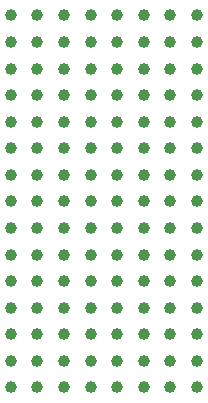
<source format=gbs>
G04 #@! TF.FileFunction,Soldermask,Bot*
%FSLAX46Y46*%
G04 Gerber Fmt 4.6, Leading zero omitted, Abs format (unit mm)*
G04 Created by KiCad (PCBNEW 4.0.1-stable) date 11/2/2016 1:24:02 PM*
%MOMM*%
G01*
G04 APERTURE LIST*
%ADD10C,0.150000*%
%ADD11C,1.008000*%
G04 APERTURE END LIST*
D10*
D11*
X81750000Y-45250000D03*
X79500000Y-45250000D03*
X77250000Y-45250000D03*
X84000000Y-45250000D03*
X84000000Y-47500000D03*
X81750000Y-47500000D03*
X79500000Y-47500000D03*
X77250000Y-47500000D03*
X84000000Y-49750000D03*
X81750000Y-49750000D03*
X79500000Y-49750000D03*
X77250000Y-49750000D03*
X84000000Y-52000000D03*
X81750000Y-52000000D03*
X79500000Y-52000000D03*
X77250000Y-52000000D03*
X84000000Y-54250000D03*
X81750000Y-54250000D03*
X79500000Y-54250000D03*
X77250000Y-54250000D03*
X84000000Y-56500000D03*
X81750000Y-56500000D03*
X79500000Y-56500000D03*
X77250000Y-56500000D03*
X84000000Y-58750000D03*
X81750000Y-58750000D03*
X79500000Y-58750000D03*
X77250000Y-58750000D03*
X84000000Y-61000000D03*
X81750000Y-61000000D03*
X79500000Y-61000000D03*
X77250000Y-61000000D03*
X84000000Y-63250000D03*
X81750000Y-63250000D03*
X79500000Y-63250000D03*
X77250000Y-63250000D03*
X84000000Y-65500000D03*
X81750000Y-65500000D03*
X79500000Y-65500000D03*
X77250000Y-65500000D03*
X84000000Y-67750000D03*
X81750000Y-67750000D03*
X79500000Y-67750000D03*
X77250000Y-67750000D03*
X84000000Y-70000000D03*
X81750000Y-70000000D03*
X79500000Y-70000000D03*
X77250000Y-70000000D03*
X84000000Y-72250000D03*
X81750000Y-72250000D03*
X79500000Y-72250000D03*
X77250000Y-72250000D03*
X84000000Y-74500000D03*
X81750000Y-74500000D03*
X79500000Y-74500000D03*
X77250000Y-74500000D03*
X84000000Y-76750000D03*
X81750000Y-76750000D03*
X79500000Y-76750000D03*
X77250000Y-76750000D03*
X75000000Y-76750000D03*
X72750000Y-76750000D03*
X70500000Y-76750000D03*
X68250000Y-76750000D03*
X75000000Y-74500000D03*
X72750000Y-74500000D03*
X70500000Y-74500000D03*
X68250000Y-74500000D03*
X75000000Y-72250000D03*
X72750000Y-72250000D03*
X70500000Y-72250000D03*
X68250000Y-72250000D03*
X75000000Y-70000000D03*
X72750000Y-70000000D03*
X70500000Y-70000000D03*
X68250000Y-70000000D03*
X75000000Y-67750000D03*
X72750000Y-67750000D03*
X70500000Y-67750000D03*
X68250000Y-67750000D03*
X75000000Y-65500000D03*
X72750000Y-65500000D03*
X70500000Y-65500000D03*
X68250000Y-65500000D03*
X75000000Y-63250000D03*
X72750000Y-63250000D03*
X70500000Y-63250000D03*
X68250000Y-63250000D03*
X75000000Y-61000000D03*
X72750000Y-61000000D03*
X70500000Y-61000000D03*
X68250000Y-61000000D03*
X75000000Y-58750000D03*
X72750000Y-58750000D03*
X70500000Y-58750000D03*
X68250000Y-58750000D03*
X75000000Y-56500000D03*
X72750000Y-56500000D03*
X70500000Y-56500000D03*
X68250000Y-56500000D03*
X75000000Y-54250000D03*
X72750000Y-54250000D03*
X70500000Y-54250000D03*
X68250000Y-54250000D03*
X75000000Y-52000000D03*
X72750000Y-52000000D03*
X70500000Y-52000000D03*
X68250000Y-52000000D03*
X75000000Y-49750000D03*
X72750000Y-49750000D03*
X70500000Y-49750000D03*
X68250000Y-49750000D03*
X75000000Y-47500000D03*
X72750000Y-47500000D03*
X70500000Y-47500000D03*
X68250000Y-47500000D03*
X75000000Y-45250000D03*
X72750000Y-45250000D03*
X70500000Y-45250000D03*
X68250000Y-45250000D03*
M02*

</source>
